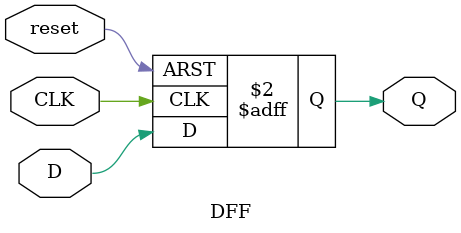
<source format=v>
`timescale 1ns / 1ps


module DFF(CLK, D, Q, reset);
    input CLK, D, reset;
    output reg Q;
    
    always @(posedge CLK, posedge reset)
    begin
        if(reset)   Q <= 1'b0;
        else        Q <= D;
    end
endmodule

</source>
